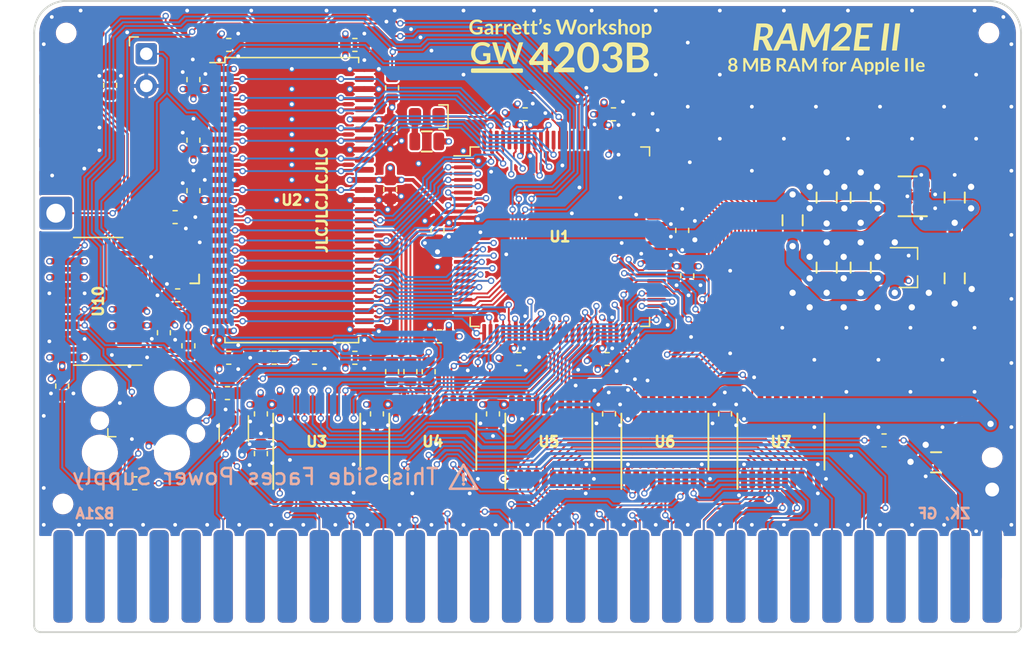
<source format=kicad_pcb>
(kicad_pcb (version 20221018) (generator pcbnew)

  (general
    (thickness 1.6108)
  )

  (paper "A4")
  (title_block
    (title "GW4203B (RAM2E II) - EPM240 / 5M240Z / AG256")
    (date "2024-04-24")
    (rev "2.1")
    (company "Garrett's Workshop")
  )

  (layers
    (0 "F.Cu" signal)
    (1 "In1.Cu" power)
    (2 "In2.Cu" power)
    (31 "B.Cu" signal)
    (32 "B.Adhes" user "B.Adhesive")
    (33 "F.Adhes" user "F.Adhesive")
    (34 "B.Paste" user)
    (35 "F.Paste" user)
    (36 "B.SilkS" user "B.Silkscreen")
    (37 "F.SilkS" user "F.Silkscreen")
    (38 "B.Mask" user)
    (39 "F.Mask" user)
    (40 "Dwgs.User" user "User.Drawings")
    (41 "Cmts.User" user "User.Comments")
    (42 "Eco1.User" user "User.Eco1")
    (43 "Eco2.User" user "User.Eco2")
    (44 "Edge.Cuts" user)
    (45 "Margin" user)
    (46 "B.CrtYd" user "B.Courtyard")
    (47 "F.CrtYd" user "F.Courtyard")
    (48 "B.Fab" user)
    (49 "F.Fab" user)
  )

  (setup
    (stackup
      (layer "F.SilkS" (type "Top Silk Screen"))
      (layer "F.Paste" (type "Top Solder Paste"))
      (layer "F.Mask" (type "Top Solder Mask") (thickness 0.01))
      (layer "F.Cu" (type "copper") (thickness 0.035))
      (layer "dielectric 1" (type "core") (thickness 0.2104) (material "FR4") (epsilon_r 4.6) (loss_tangent 0.02))
      (layer "In1.Cu" (type "copper") (thickness 0.0175))
      (layer "dielectric 2" (type "prepreg") (thickness 1.065) (material "FR4") (epsilon_r 4.5) (loss_tangent 0.02))
      (layer "In2.Cu" (type "copper") (thickness 0.0175))
      (layer "dielectric 3" (type "core") (thickness 0.2104) (material "FR4") (epsilon_r 4.6) (loss_tangent 0.02))
      (layer "B.Cu" (type "copper") (thickness 0.035))
      (layer "B.Mask" (type "Bottom Solder Mask") (thickness 0.01))
      (layer "B.Paste" (type "Bottom Solder Paste"))
      (layer "B.SilkS" (type "Bottom Silk Screen"))
      (copper_finish "None")
      (dielectric_constraints no)
    )
    (pad_to_mask_clearance 0.0762)
    (solder_mask_min_width 0.127)
    (pad_to_paste_clearance -0.0381)
    (pcbplotparams
      (layerselection 0x00010f8_ffffffff)
      (plot_on_all_layers_selection 0x0000000_00000000)
      (disableapertmacros false)
      (usegerberextensions true)
      (usegerberattributes false)
      (usegerberadvancedattributes false)
      (creategerberjobfile false)
      (dashed_line_dash_ratio 12.000000)
      (dashed_line_gap_ratio 3.000000)
      (svgprecision 4)
      (plotframeref false)
      (viasonmask false)
      (mode 1)
      (useauxorigin false)
      (hpglpennumber 1)
      (hpglpenspeed 20)
      (hpglpendiameter 15.000000)
      (dxfpolygonmode true)
      (dxfimperialunits true)
      (dxfusepcbnewfont true)
      (psnegative false)
      (psa4output false)
      (plotreference true)
      (plotvalue true)
      (plotinvisibletext false)
      (sketchpadsonfab false)
      (subtractmaskfromsilk true)
      (outputformat 1)
      (mirror false)
      (drillshape 0)
      (scaleselection 1)
      (outputdirectory "gerber/")
    )
  )

  (net 0 "")
  (net 1 "+5V")
  (net 2 "GND")
  (net 3 "/Vid7M")
  (net 4 "/~{SYNC}")
  (net 5 "/~{PRAS}")
  (net 6 "/VC")
  (net 7 "/~{C07X}")
  (net 8 "/~{WNDW}")
  (net 9 "/SEGA")
  (net 10 "/ROMEN1")
  (net 11 "/ROMEN2")
  (net 12 "/MD7")
  (net 13 "/MD6")
  (net 14 "/MD5")
  (net 15 "/MD4")
  (net 16 "/PHI0")
  (net 17 "/~{CLRGAT}")
  (net 18 "/~{80VID}")
  (net 19 "/~{PCAS}")
  (net 20 "/~{LDPS}")
  (net 21 "/R~{W}80")
  (net 22 "/PHI1")
  (net 23 "/~{CASEN}")
  (net 24 "/MD3")
  (net 25 "/MD2")
  (net 26 "/MD1")
  (net 27 "/MD0")
  (net 28 "/H0")
  (net 29 "/AN3")
  (net 30 "/~{EN80}")
  (net 31 "/~{ALTVID}")
  (net 32 "/~{SEROUT}")
  (net 33 "/~{ENVID}")
  (net 34 "/R~{W}")
  (net 35 "/Q3")
  (net 36 "/SEGB")
  (net 37 "/~{RA9}")
  (net 38 "/~{RA10}")
  (net 39 "/GR")
  (net 40 "/~{ENTMG}")
  (net 41 "/MA6")
  (net 42 "/MA5")
  (net 43 "/MA4")
  (net 44 "/MA3")
  (net 45 "/MA2")
  (net 46 "/MA1")
  (net 47 "/MA0")
  (net 48 "/MA7")
  (net 49 "/C7M")
  (net 50 "/C14M")
  (net 51 "/C3M58")
  (net 52 "/VD0")
  (net 53 "/VD1")
  (net 54 "/VD2")
  (net 55 "/VD3")
  (net 56 "/VD4")
  (net 57 "/VD5")
  (net 58 "/VD6")
  (net 59 "/VD7")
  (net 60 "+3V3")
  (net 61 "/TDI")
  (net 62 "Net-(D1-A)")
  (net 63 "Net-(U10-XO)")
  (net 64 "Net-(U10-XI)")
  (net 65 "/TMS")
  (net 66 "/TDO")
  (net 67 "/TCK")
  (net 68 "/RD5")
  (net 69 "/RD4")
  (net 70 "/RD3")
  (net 71 "/RD2")
  (net 72 "/RD7")
  (net 73 "/RD6")
  (net 74 "/RD0")
  (net 75 "/RD1")
  (net 76 "/DQMH")
  (net 77 "/~{WE}")
  (net 78 "/~{CAS}")
  (net 79 "/CKE")
  (net 80 "/~{RAS}")
  (net 81 "/BA0")
  (net 82 "/RA11")
  (net 83 "/~{CS}")
  (net 84 "/BA1")
  (net 85 "/RA9")
  (net 86 "/RA10")
  (net 87 "/RA8")
  (net 88 "/RA0")
  (net 89 "/RA7")
  (net 90 "/RA1")
  (net 91 "/RA6")
  (net 92 "/RA4")
  (net 93 "/RA3")
  (net 94 "/~{EN80}in")
  (net 95 "/RA5")
  (net 96 "/RA2")
  (net 97 "/R~{W}80in")
  (net 98 "/Ain5")
  (net 99 "/PHI1in")
  (net 100 "/Ain6")
  (net 101 "/USB5V")
  (net 102 "Net-(U4-B2)")
  (net 103 "Net-(U4-B0)")
  (net 104 "unconnected-(U1-IO2_61-Pad61)")
  (net 105 "/DQML")
  (net 106 "/~{C07X}in")
  (net 107 "/R~{W}in")
  (net 108 "/Ain0")
  (net 109 "/Ain1")
  (net 110 "/Ain2")
  (net 111 "/Ain3")
  (net 112 "/Ain4")
  (net 113 "/Ain7")
  (net 114 "/Din0")
  (net 115 "/Din1")
  (net 116 "/Din2")
  (net 117 "/Din3")
  (net 118 "/Din4")
  (net 119 "/Din5")
  (net 120 "/Din6")
  (net 121 "/Din7")
  (net 122 "/V~{OE}")
  (net 123 "/Vout7")
  (net 124 "/Vout6")
  (net 125 "/Vout5")
  (net 126 "/Vout4")
  (net 127 "/Vout3")
  (net 128 "/Vout2")
  (net 129 "/Vout1")
  (net 130 "/Vout0")
  (net 131 "/D~{OE}")
  (net 132 "/Dout0")
  (net 133 "/Dout1")
  (net 134 "/Dout2")
  (net 135 "/Dout3")
  (net 136 "/Dout4")
  (net 137 "/Dout5")
  (net 138 "/Dout6")
  (net 139 "/Dout7")
  (net 140 "/RCLK")
  (net 141 "/ACLK")
  (net 142 "unconnected-(U1-IO2_66-Pad66)")
  (net 143 "/~{FRCTXT}")
  (net 144 "unconnected-(U1-IO2_78-Pad78)")
  (net 145 "unconnected-(U1-IO2_81-Pad81)")
  (net 146 "unconnected-(U1-IO2_82-Pad82)")
  (net 147 "unconnected-(U1-IO2_83-Pad83)")
  (net 148 "/~{80VID}in")
  (net 149 "+1V8")
  (net 150 "unconnected-(U1-IO2_86-Pad86)")
  (net 151 "/C14MB")
  (net 152 "/C14MR")
  (net 153 "unconnected-(U4-B1-Pad17)")
  (net 154 "unconnected-(U9-NC-Pad4)")
  (net 155 "/LED")
  (net 156 "Net-(J2-D-)")
  (net 157 "unconnected-(J2-ID-Pad4)")
  (net 158 "/DHGR~{OE}")
  (net 159 "/UTCK")
  (net 160 "unconnected-(J5-Pin_6-Pad6)")
  (net 161 "unconnected-(J5-Pin_7-Pad7)")
  (net 162 "unconnected-(J5-Pin_8-Pad8)")
  (net 163 "Net-(J2-D+)")
  (net 164 "/TCKr")

  (footprint "stdpads:Fiducial" (layer "F.Cu") (at 203.2 129.54))

  (footprint "stdpads:Fiducial" (layer "F.Cu") (at 271.526 92.202))

  (footprint "stdpads:TSSOP-20_4.4x6.5mm_P0.65mm" (layer "F.Cu") (at 239.175 124.6))

  (footprint "stdpads:C_0603" (layer "F.Cu") (at 234.75 122.4 -90))

  (footprint "stdpads:C_0603" (layer "F.Cu") (at 253.15 122.4 -90))

  (footprint "stdpads:TSSOP-20_4.4x6.5mm_P0.65mm" (layer "F.Cu") (at 257.575 124.6))

  (footprint "stdpads:C_0603" (layer "F.Cu") (at 243.95 122.4 -90))

  (footprint "stdpads:TSSOP-20_4.4x6.5mm_P0.65mm" (layer "F.Cu") (at 220.775 124.6))

  (footprint "stdpads:TSSOP-20_4.4x6.5mm_P0.65mm" (layer "F.Cu") (at 248.375 124.6))

  (footprint "stdpads:AppleIIeAux_Edge" (layer "F.Cu") (at 237.49 135.382))

  (footprint "stdpads:TSSOP-20_4.4x6.5mm_P0.65mm" (layer "F.Cu") (at 229.975 124.6))

  (footprint "stdpads:C_0603" (layer "F.Cu") (at 225.55 122.4 -90))

  (footprint "stdpads:C_0603" (layer "F.Cu") (at 226.6 104.6 -90))

  (footprint "stdpads:C_0603" (layer "F.Cu") (at 211 100.7 90))

  (footprint "stdpads:C_0603" (layer "F.Cu") (at 211 95.9 90))

  (footprint "stdpads:C_0603" (layer "F.Cu") (at 237.3 98.65))

  (footprint "stdpads:C_0603" (layer "F.Cu") (at 244.3 98.65))

  (footprint "stdpads:C_0603" (layer "F.Cu") (at 243.8 118.05))

  (footprint "stdpads:C_0603" (layer "F.Cu") (at 236.8 118.05))

  (footprint "stdpads:C_0603" (layer "F.Cu") (at 249.75 107.85 90))

  (footprint "stdpads:C_0603" (layer "F.Cu") (at 230.35 107.85 90))

  (footprint "stdpads:C_0603" (layer "F.Cu") (at 211 104.7 90))

  (footprint "stdpads:C_0603" (layer "F.Cu") (at 226.6 99.8 -90))

  (footprint "stdpads:TSOP-II-54_22.2x10.16mm_P0.8mm" (layer "F.Cu") (at 218.8 105.45 -90))

  (footprint "stdpads:C_0603" (layer "F.Cu") (at 230.5 116.25 180))

  (footprint "stdpads:Fiducial" (layer "F.Cu") (at 203.454 92.202))

  (footprint "stdpads:PasteHole_1.1mm_PTH" (layer "F.Cu") (at 274.32 128.397))

  (footprint "stdpads:TQFP-100_14x14mm_P0.5mm" (layer "F.Cu") (at 240.05 108.35 -90))

  (footprint "stdpads:C_0805" (layer "F.Cu") (at 269.875 126.238 180))

  (footprint "stdpads:Fiducial" (layer "F.Cu") (at 270.129 129.286))

  (footprint "stdpads:C_0805" (layer "F.Cu") (at 271.35 111.65 -90))

  (footprint "stdpads:C_0603" (layer "F.Cu") (at 250.15 111.45 -90))

  (footprint "stdpads:C_0603" (layer "F.Cu") (at 223.8 93.15))

  (footprint "stdpads:PasteHole_1.152mm_NPTH" (layer "F.Cu") (at 200.66 129.54))

  (footprint "stdpads:PasteHole_1.152mm_NPTH" (layer "F.Cu") (at 200.914 92.202))

  (footprint "stdpads:PasteHole_1.152mm_NPTH" (layer "F.Cu") (at 274.066 92.202))

  (footprint "stdpads:PasteHole_1.152mm_NPTH" (layer "F.Cu") (at 274.32 125.857))

  (footprint "stdpads:C_0805" (layer "F.Cu") (at 263.9 110.8 90))

  (footprint "stdpads:SOT-23" (layer "F.Cu") (at 267.65 110.8 180))

  (footprint "stdpads:C_0805" (layer "F.Cu") (at 261.2 110.8 90))

  (footprint "stdpads:C_0603" (layer "F.Cu") (at 213.8 93.15))

  (footprint "stdpads:C_0603" (layer "F.Cu") (at 216.35 122.4 -90))

  (footprint "stdpads:C_0603" (layer "F.Cu")
    (tstamp 00000000-0000-0000-0000-00005f2ea09d)
    (at 213.8 117.95)
    (tags "capacitor")
    (property "LCSC Part" "C23630")
    (property "Sheetfile" "RAM2E.kicad_sch")
    (property "Sheetname" "")
    (property "ki_description" "Unpolarized capacitor, small symbol")
    (property "ki_keywords" "capacitor cap")
    (path "/00000000-0000-0000-0000-00005faec760")
    (solder_mask_margin 0.05)
    (solder_paste_margin -0.04)
    (attr smd)
    (fp_text reference "C24" (at 0 0) (layer "F.Fab")
        (effects (font (size 0.254 0.254) (thickness 0.0635)))
      (tstamp f9a4a553-5790-46b3-bc94-430dbef85765)
    )
    (fp_text value "2u2" (at 0 0.25) (layer "F.Fab")
        (effects (font (size 0.127 0.127) (thickness 0.03175)))
      (tstamp 12d25122-e0a3-4d69-9e02-f5db4812cb5a)
    )
    (fp_text user "${REFERENCE}" (at 0 0) (layer "F.SilkS") hide
        (effects (font (size 0.254 0.254) (thickness 0.0635)))
      (tstamp 67df948f-bcfb-4805-932d-024474b5d171)
    )
    (fp_line (start -0.162779 -0.51) (end 0.162779 -0.51)
      (stroke (width 0.12) (type solid)) (layer "F.SilkS") (tstamp 6e0bf127-c7de-4244-90f7-9774f8f3f007))
    (fp_line (start -0.162779 0.51) (end 0.162779 0.51)
      (stroke (width 0.12) (type solid)) (layer "F.SilkS") (tstamp 62d3e327-a6b4-42b9-917b-fd746406f869))
    (fp_line (start -1.4 -0.7) (end 1.4 -0.7)
      (stroke (width 0.05) (type solid)) (layer "F.CrtYd") (tstamp 6b34d647-0f7b-4094-a4f7-579ec6edbbdc))
    (fp_line (start -1.4 0.7) (end -1.4 -0.7)
      (stroke (width 0.05) (type solid)) (layer "F.CrtYd") (tstamp 2da05edb-f57c-4da8-899e-2b8acaf5efa5))
    (fp_line (start 1.4 -0.7) (end 1.4 0.7)
      (stroke (width 0.05) (type solid)) (layer "F.CrtYd") (tstamp 13636137-332b-4123-ac9f-fa5e0e2ec790))
    (fp_line (start 1.4 0.7) (end -1.4 0.7)
      (stroke (width 0.05) (type solid)) (layer "F.CrtYd") (tstamp 1ee2746d-fd67-4d8b-b685-50546331d98b))
    (fp_line (start -0.8 -0.4) (end 0.8 -0.4)
      (stroke (width 0.1) (type solid)) (layer "F.Fab") (tstamp e30f63f5-4beb-4e49-acf5-20e7f3917e64))
    (fp_line (start -0.8 0.4) (end -0.8 -0.4)
      (stroke (width 0.1) (type solid)) (layer "F.Fab") (tstamp 7ababded-fac7-41cf-b9dd-429a39434aef))
    (fp_line (start 0.8 -0.4) (end 0.8 0.4)
      (stroke (width 0.1) (type solid)) (layer "F.Fab") (tstamp 9f36a06b-6e73-4b30-b63d-7be31c78d51d))
    (fp_line (start 0.8 0.4) (end -0.8 0.4)
      (stroke (width 0.1) (type solid)) (layer "F.Fab") (tstamp ab5510b7-64ff-4944-9a3c-97de0627ab26))
    (pad "1" smd roundrect (at -0.75 0) (size 0.85 0.95) (layers "F.Cu" "
... [3578856 chars truncated]
</source>
